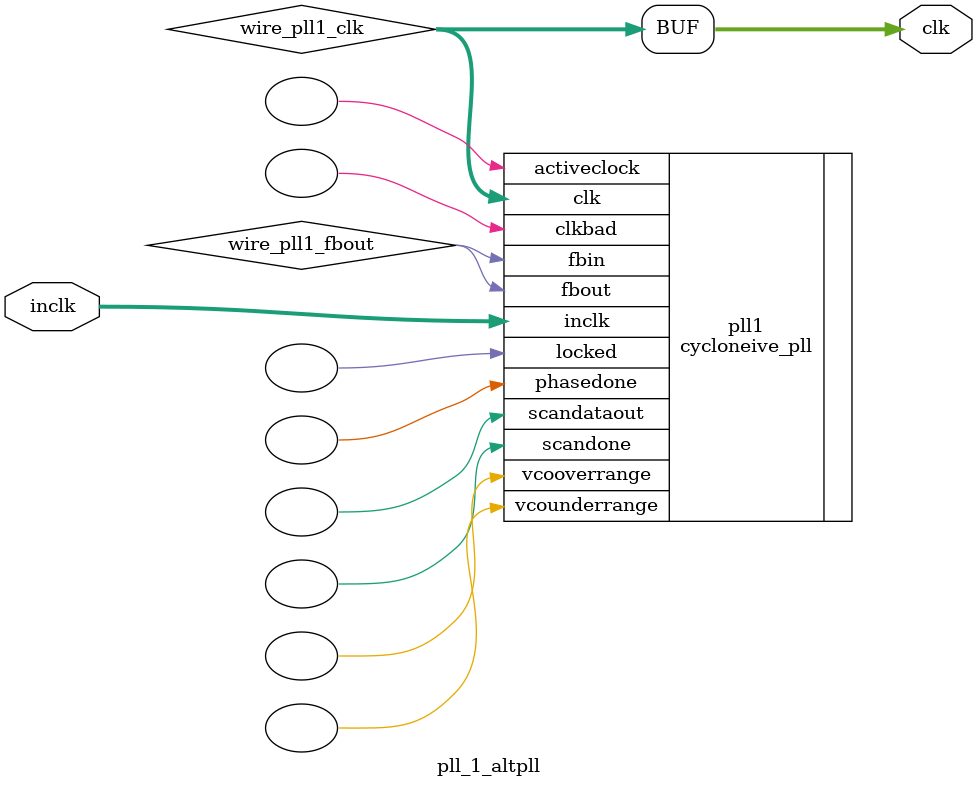
<source format=v>






//synthesis_resources = cycloneive_pll 1 
//synopsys translate_off
`timescale 1 ps / 1 ps
//synopsys translate_on
module  pll_1_altpll
	( 
	clk,
	inclk) /* synthesis synthesis_clearbox=1 */;
	output   [4:0]  clk;
	input   [1:0]  inclk;
`ifndef ALTERA_RESERVED_QIS
// synopsys translate_off
`endif
	tri0   [1:0]  inclk;
`ifndef ALTERA_RESERVED_QIS
// synopsys translate_on
`endif

	wire  [4:0]   wire_pll1_clk;
	wire  wire_pll1_fbout;

	cycloneive_pll   pll1
	( 
	.activeclock(),
	.clk(wire_pll1_clk),
	.clkbad(),
	.fbin(wire_pll1_fbout),
	.fbout(wire_pll1_fbout),
	.inclk(inclk),
	.locked(),
	.phasedone(),
	.scandataout(),
	.scandone(),
	.vcooverrange(),
	.vcounderrange()
	`ifndef FORMAL_VERIFICATION
	// synopsys translate_off
	`endif
	,
	.areset(1'b0),
	.clkswitch(1'b0),
	.configupdate(1'b0),
	.pfdena(1'b1),
	.phasecounterselect({3{1'b0}}),
	.phasestep(1'b0),
	.phaseupdown(1'b0),
	.scanclk(1'b0),
	.scanclkena(1'b1),
	.scandata(1'b0)
	`ifndef FORMAL_VERIFICATION
	// synopsys translate_on
	`endif
	);
	defparam
		pll1.bandwidth_type = "auto",
		pll1.clk0_divide_by = 50000000,
		pll1.clk0_duty_cycle = 50,
		pll1.clk0_multiply_by = 909,
		pll1.clk0_phase_shift = "0",
		pll1.compensate_clock = "clk0",
		pll1.inclk0_input_frequency = 20000,
		pll1.operation_mode = "normal",
		pll1.pll_type = "auto",
		pll1.lpm_type = "cycloneive_pll";
	assign
		clk = {wire_pll1_clk[4:0]};
endmodule //pll_1_altpll
//VALID FILE

</source>
